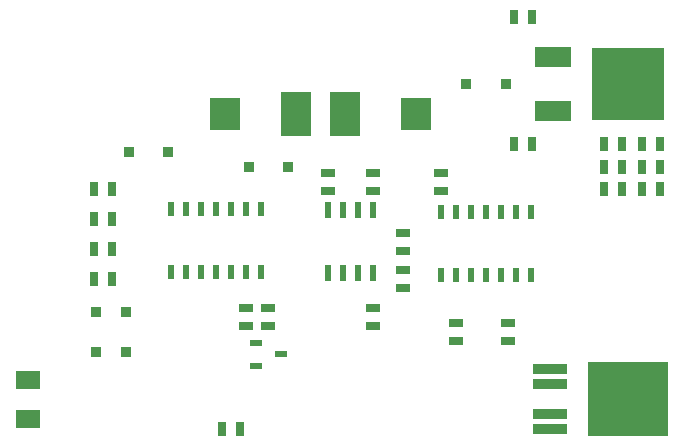
<source format=gtp>
G04 (created by PCBNEW (2013-may-18)-stable) date Tue 21 Oct 2014 07:01:45 PM CEST*
%MOIN*%
G04 Gerber Fmt 3.4, Leading zero omitted, Abs format*
%FSLAX34Y34*%
G01*
G70*
G90*
G04 APERTURE LIST*
%ADD10C,0.00590551*%
%ADD11R,0.0394X0.0236*%
%ADD12R,0.0335X0.0335*%
%ADD13R,0.0236X0.0551*%
%ADD14R,0.08X0.06*%
%ADD15R,0.025X0.045*%
%ADD16R,0.045X0.025*%
%ADD17R,0.12X0.065*%
%ADD18R,0.24X0.24*%
%ADD19R,0.1004X0.1063*%
%ADD20R,0.1004X0.1496*%
%ADD21R,0.02X0.045*%
%ADD22R,0.2677X0.2461*%
%ADD23R,0.1181X0.0319*%
G04 APERTURE END LIST*
G54D10*
G54D11*
X62084Y-30125D03*
X62916Y-30500D03*
X62084Y-30875D03*
G54D12*
X70409Y-21500D03*
X69091Y-21500D03*
G54D13*
X66000Y-27800D03*
X66000Y-25700D03*
X65500Y-27800D03*
X65000Y-27800D03*
X64500Y-27800D03*
X65500Y-25700D03*
X65000Y-25700D03*
X64500Y-25700D03*
G54D14*
X54500Y-31350D03*
X54500Y-32650D03*
G54D15*
X74950Y-25000D03*
X75550Y-25000D03*
G54D16*
X68750Y-29450D03*
X68750Y-30050D03*
X66000Y-28950D03*
X66000Y-29550D03*
X70500Y-29450D03*
X70500Y-30050D03*
G54D15*
X73700Y-25000D03*
X74300Y-25000D03*
G54D16*
X66000Y-24450D03*
X66000Y-25050D03*
X62500Y-28950D03*
X62500Y-29550D03*
X67000Y-26450D03*
X67000Y-27050D03*
X67000Y-27700D03*
X67000Y-28300D03*
X68250Y-25050D03*
X68250Y-24450D03*
G54D15*
X60950Y-33000D03*
X61550Y-33000D03*
G54D16*
X61750Y-28950D03*
X61750Y-29550D03*
G54D15*
X71300Y-19250D03*
X70700Y-19250D03*
G54D16*
X64500Y-24450D03*
X64500Y-25050D03*
G54D15*
X74950Y-24250D03*
X75550Y-24250D03*
X73700Y-24250D03*
X74300Y-24250D03*
X74950Y-23500D03*
X75550Y-23500D03*
X73700Y-23500D03*
X74300Y-23500D03*
X71300Y-23500D03*
X70700Y-23500D03*
G54D17*
X72000Y-20600D03*
G54D18*
X74500Y-21500D03*
G54D17*
X72000Y-22400D03*
G54D19*
X67431Y-22500D03*
G54D20*
X65069Y-22500D03*
G54D19*
X61069Y-22500D03*
G54D20*
X63431Y-22500D03*
G54D21*
X62250Y-25650D03*
X61750Y-25650D03*
X61250Y-25650D03*
X60750Y-25650D03*
X60250Y-25650D03*
X59750Y-25650D03*
X59250Y-25650D03*
X59250Y-27750D03*
X59750Y-27750D03*
X60250Y-27750D03*
X60750Y-27750D03*
X61250Y-27750D03*
X61750Y-27750D03*
X62250Y-27750D03*
G54D12*
X61841Y-24250D03*
X63159Y-24250D03*
X59159Y-23750D03*
X57841Y-23750D03*
X56750Y-29091D03*
X56750Y-30409D03*
X57750Y-29091D03*
X57750Y-30409D03*
G54D15*
X57300Y-25000D03*
X56700Y-25000D03*
X57300Y-26000D03*
X56700Y-26000D03*
X57300Y-27000D03*
X56700Y-27000D03*
X57300Y-28000D03*
X56700Y-28000D03*
G54D21*
X68250Y-27850D03*
X68750Y-27850D03*
X69250Y-27850D03*
X69750Y-27850D03*
X70250Y-27850D03*
X70750Y-27850D03*
X71250Y-27850D03*
X71250Y-25750D03*
X70750Y-25750D03*
X70250Y-25750D03*
X69750Y-25750D03*
X69250Y-25750D03*
X68750Y-25750D03*
X68250Y-25750D03*
G54D22*
X74500Y-32000D03*
G54D23*
X71902Y-31000D03*
X71902Y-31500D03*
X71902Y-32500D03*
X71902Y-33000D03*
M02*

</source>
